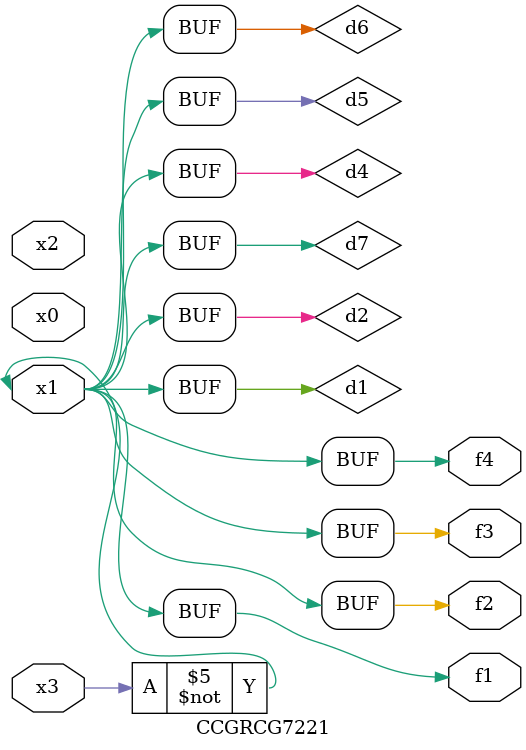
<source format=v>
module CCGRCG7221(
	input x0, x1, x2, x3,
	output f1, f2, f3, f4
);

	wire d1, d2, d3, d4, d5, d6, d7;

	not (d1, x3);
	buf (d2, x1);
	xnor (d3, d1, d2);
	nor (d4, d1);
	buf (d5, d1, d2);
	buf (d6, d4, d5);
	nand (d7, d4);
	assign f1 = d6;
	assign f2 = d7;
	assign f3 = d6;
	assign f4 = d6;
endmodule

</source>
